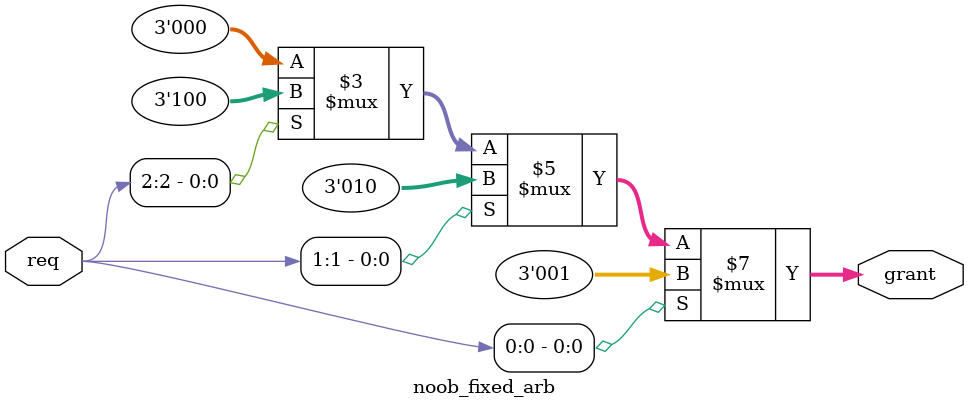
<source format=v>
module noob_fixed_arb
(
  input [2:0] req,
  output reg [2:0] grant
);

  always @(*)begin
    case(1'b1)
      req[0]: grant = 3'b001;
      req[1]: grant = 3'b010;
      req[2]: grant = 3'b100;
      default: grant = 3'b000;
    endcase
  end
endmodule

</source>
